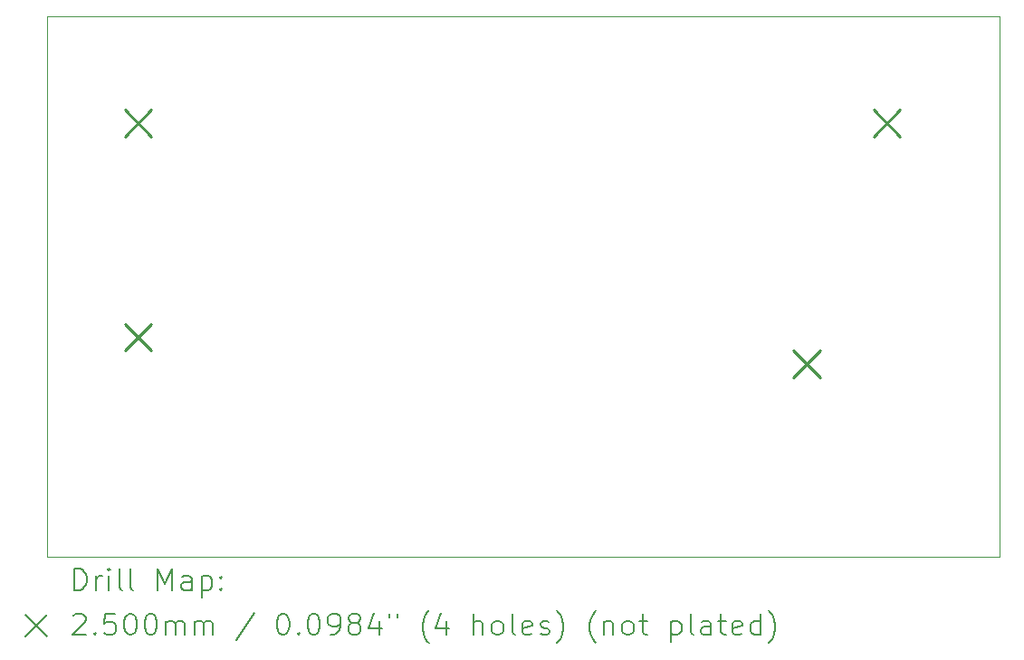
<source format=gbr>
%TF.GenerationSoftware,KiCad,Pcbnew,6.0.7*%
%TF.CreationDate,2023-02-15T11:14:19-05:00*%
%TF.ProjectId,Actuator Driver,41637475-6174-46f7-9220-447269766572,rev?*%
%TF.SameCoordinates,Original*%
%TF.FileFunction,Drillmap*%
%TF.FilePolarity,Positive*%
%FSLAX45Y45*%
G04 Gerber Fmt 4.5, Leading zero omitted, Abs format (unit mm)*
G04 Created by KiCad (PCBNEW 6.0.7) date 2023-02-15 11:14:19*
%MOMM*%
%LPD*%
G01*
G04 APERTURE LIST*
%ADD10C,0.100000*%
%ADD11C,0.200000*%
%ADD12C,0.250000*%
G04 APERTURE END LIST*
D10*
X10400000Y-8500000D02*
X19300000Y-8500000D01*
X19300000Y-8500000D02*
X19300000Y-13550000D01*
X19300000Y-13550000D02*
X10400000Y-13550000D01*
X10400000Y-13550000D02*
X10400000Y-8500000D01*
D11*
D12*
X11125000Y-9375000D02*
X11375000Y-9625000D01*
X11375000Y-9375000D02*
X11125000Y-9625000D01*
X11125000Y-11375000D02*
X11375000Y-11625000D01*
X11375000Y-11375000D02*
X11125000Y-11625000D01*
X17375000Y-11625000D02*
X17625000Y-11875000D01*
X17625000Y-11625000D02*
X17375000Y-11875000D01*
X18125000Y-9375000D02*
X18375000Y-9625000D01*
X18375000Y-9375000D02*
X18125000Y-9625000D01*
D11*
X10652619Y-13865476D02*
X10652619Y-13665476D01*
X10700238Y-13665476D01*
X10728810Y-13675000D01*
X10747857Y-13694048D01*
X10757381Y-13713095D01*
X10766905Y-13751190D01*
X10766905Y-13779762D01*
X10757381Y-13817857D01*
X10747857Y-13836905D01*
X10728810Y-13855952D01*
X10700238Y-13865476D01*
X10652619Y-13865476D01*
X10852619Y-13865476D02*
X10852619Y-13732143D01*
X10852619Y-13770238D02*
X10862143Y-13751190D01*
X10871667Y-13741667D01*
X10890714Y-13732143D01*
X10909762Y-13732143D01*
X10976429Y-13865476D02*
X10976429Y-13732143D01*
X10976429Y-13665476D02*
X10966905Y-13675000D01*
X10976429Y-13684524D01*
X10985952Y-13675000D01*
X10976429Y-13665476D01*
X10976429Y-13684524D01*
X11100238Y-13865476D02*
X11081190Y-13855952D01*
X11071667Y-13836905D01*
X11071667Y-13665476D01*
X11205000Y-13865476D02*
X11185952Y-13855952D01*
X11176429Y-13836905D01*
X11176429Y-13665476D01*
X11433571Y-13865476D02*
X11433571Y-13665476D01*
X11500238Y-13808333D01*
X11566905Y-13665476D01*
X11566905Y-13865476D01*
X11747857Y-13865476D02*
X11747857Y-13760714D01*
X11738333Y-13741667D01*
X11719286Y-13732143D01*
X11681190Y-13732143D01*
X11662143Y-13741667D01*
X11747857Y-13855952D02*
X11728809Y-13865476D01*
X11681190Y-13865476D01*
X11662143Y-13855952D01*
X11652619Y-13836905D01*
X11652619Y-13817857D01*
X11662143Y-13798809D01*
X11681190Y-13789286D01*
X11728809Y-13789286D01*
X11747857Y-13779762D01*
X11843095Y-13732143D02*
X11843095Y-13932143D01*
X11843095Y-13741667D02*
X11862143Y-13732143D01*
X11900238Y-13732143D01*
X11919286Y-13741667D01*
X11928809Y-13751190D01*
X11938333Y-13770238D01*
X11938333Y-13827381D01*
X11928809Y-13846428D01*
X11919286Y-13855952D01*
X11900238Y-13865476D01*
X11862143Y-13865476D01*
X11843095Y-13855952D01*
X12024048Y-13846428D02*
X12033571Y-13855952D01*
X12024048Y-13865476D01*
X12014524Y-13855952D01*
X12024048Y-13846428D01*
X12024048Y-13865476D01*
X12024048Y-13741667D02*
X12033571Y-13751190D01*
X12024048Y-13760714D01*
X12014524Y-13751190D01*
X12024048Y-13741667D01*
X12024048Y-13760714D01*
X10195000Y-14095000D02*
X10395000Y-14295000D01*
X10395000Y-14095000D02*
X10195000Y-14295000D01*
X10643095Y-14104524D02*
X10652619Y-14095000D01*
X10671667Y-14085476D01*
X10719286Y-14085476D01*
X10738333Y-14095000D01*
X10747857Y-14104524D01*
X10757381Y-14123571D01*
X10757381Y-14142619D01*
X10747857Y-14171190D01*
X10633571Y-14285476D01*
X10757381Y-14285476D01*
X10843095Y-14266428D02*
X10852619Y-14275952D01*
X10843095Y-14285476D01*
X10833571Y-14275952D01*
X10843095Y-14266428D01*
X10843095Y-14285476D01*
X11033571Y-14085476D02*
X10938333Y-14085476D01*
X10928810Y-14180714D01*
X10938333Y-14171190D01*
X10957381Y-14161667D01*
X11005000Y-14161667D01*
X11024048Y-14171190D01*
X11033571Y-14180714D01*
X11043095Y-14199762D01*
X11043095Y-14247381D01*
X11033571Y-14266428D01*
X11024048Y-14275952D01*
X11005000Y-14285476D01*
X10957381Y-14285476D01*
X10938333Y-14275952D01*
X10928810Y-14266428D01*
X11166905Y-14085476D02*
X11185952Y-14085476D01*
X11205000Y-14095000D01*
X11214524Y-14104524D01*
X11224048Y-14123571D01*
X11233571Y-14161667D01*
X11233571Y-14209286D01*
X11224048Y-14247381D01*
X11214524Y-14266428D01*
X11205000Y-14275952D01*
X11185952Y-14285476D01*
X11166905Y-14285476D01*
X11147857Y-14275952D01*
X11138333Y-14266428D01*
X11128810Y-14247381D01*
X11119286Y-14209286D01*
X11119286Y-14161667D01*
X11128810Y-14123571D01*
X11138333Y-14104524D01*
X11147857Y-14095000D01*
X11166905Y-14085476D01*
X11357381Y-14085476D02*
X11376428Y-14085476D01*
X11395476Y-14095000D01*
X11405000Y-14104524D01*
X11414524Y-14123571D01*
X11424048Y-14161667D01*
X11424048Y-14209286D01*
X11414524Y-14247381D01*
X11405000Y-14266428D01*
X11395476Y-14275952D01*
X11376428Y-14285476D01*
X11357381Y-14285476D01*
X11338333Y-14275952D01*
X11328809Y-14266428D01*
X11319286Y-14247381D01*
X11309762Y-14209286D01*
X11309762Y-14161667D01*
X11319286Y-14123571D01*
X11328809Y-14104524D01*
X11338333Y-14095000D01*
X11357381Y-14085476D01*
X11509762Y-14285476D02*
X11509762Y-14152143D01*
X11509762Y-14171190D02*
X11519286Y-14161667D01*
X11538333Y-14152143D01*
X11566905Y-14152143D01*
X11585952Y-14161667D01*
X11595476Y-14180714D01*
X11595476Y-14285476D01*
X11595476Y-14180714D02*
X11605000Y-14161667D01*
X11624048Y-14152143D01*
X11652619Y-14152143D01*
X11671667Y-14161667D01*
X11681190Y-14180714D01*
X11681190Y-14285476D01*
X11776428Y-14285476D02*
X11776428Y-14152143D01*
X11776428Y-14171190D02*
X11785952Y-14161667D01*
X11805000Y-14152143D01*
X11833571Y-14152143D01*
X11852619Y-14161667D01*
X11862143Y-14180714D01*
X11862143Y-14285476D01*
X11862143Y-14180714D02*
X11871667Y-14161667D01*
X11890714Y-14152143D01*
X11919286Y-14152143D01*
X11938333Y-14161667D01*
X11947857Y-14180714D01*
X11947857Y-14285476D01*
X12338333Y-14075952D02*
X12166905Y-14333095D01*
X12595476Y-14085476D02*
X12614524Y-14085476D01*
X12633571Y-14095000D01*
X12643095Y-14104524D01*
X12652619Y-14123571D01*
X12662143Y-14161667D01*
X12662143Y-14209286D01*
X12652619Y-14247381D01*
X12643095Y-14266428D01*
X12633571Y-14275952D01*
X12614524Y-14285476D01*
X12595476Y-14285476D01*
X12576428Y-14275952D01*
X12566905Y-14266428D01*
X12557381Y-14247381D01*
X12547857Y-14209286D01*
X12547857Y-14161667D01*
X12557381Y-14123571D01*
X12566905Y-14104524D01*
X12576428Y-14095000D01*
X12595476Y-14085476D01*
X12747857Y-14266428D02*
X12757381Y-14275952D01*
X12747857Y-14285476D01*
X12738333Y-14275952D01*
X12747857Y-14266428D01*
X12747857Y-14285476D01*
X12881190Y-14085476D02*
X12900238Y-14085476D01*
X12919286Y-14095000D01*
X12928809Y-14104524D01*
X12938333Y-14123571D01*
X12947857Y-14161667D01*
X12947857Y-14209286D01*
X12938333Y-14247381D01*
X12928809Y-14266428D01*
X12919286Y-14275952D01*
X12900238Y-14285476D01*
X12881190Y-14285476D01*
X12862143Y-14275952D01*
X12852619Y-14266428D01*
X12843095Y-14247381D01*
X12833571Y-14209286D01*
X12833571Y-14161667D01*
X12843095Y-14123571D01*
X12852619Y-14104524D01*
X12862143Y-14095000D01*
X12881190Y-14085476D01*
X13043095Y-14285476D02*
X13081190Y-14285476D01*
X13100238Y-14275952D01*
X13109762Y-14266428D01*
X13128809Y-14237857D01*
X13138333Y-14199762D01*
X13138333Y-14123571D01*
X13128809Y-14104524D01*
X13119286Y-14095000D01*
X13100238Y-14085476D01*
X13062143Y-14085476D01*
X13043095Y-14095000D01*
X13033571Y-14104524D01*
X13024048Y-14123571D01*
X13024048Y-14171190D01*
X13033571Y-14190238D01*
X13043095Y-14199762D01*
X13062143Y-14209286D01*
X13100238Y-14209286D01*
X13119286Y-14199762D01*
X13128809Y-14190238D01*
X13138333Y-14171190D01*
X13252619Y-14171190D02*
X13233571Y-14161667D01*
X13224048Y-14152143D01*
X13214524Y-14133095D01*
X13214524Y-14123571D01*
X13224048Y-14104524D01*
X13233571Y-14095000D01*
X13252619Y-14085476D01*
X13290714Y-14085476D01*
X13309762Y-14095000D01*
X13319286Y-14104524D01*
X13328809Y-14123571D01*
X13328809Y-14133095D01*
X13319286Y-14152143D01*
X13309762Y-14161667D01*
X13290714Y-14171190D01*
X13252619Y-14171190D01*
X13233571Y-14180714D01*
X13224048Y-14190238D01*
X13214524Y-14209286D01*
X13214524Y-14247381D01*
X13224048Y-14266428D01*
X13233571Y-14275952D01*
X13252619Y-14285476D01*
X13290714Y-14285476D01*
X13309762Y-14275952D01*
X13319286Y-14266428D01*
X13328809Y-14247381D01*
X13328809Y-14209286D01*
X13319286Y-14190238D01*
X13309762Y-14180714D01*
X13290714Y-14171190D01*
X13500238Y-14152143D02*
X13500238Y-14285476D01*
X13452619Y-14075952D02*
X13405000Y-14218809D01*
X13528809Y-14218809D01*
X13595476Y-14085476D02*
X13595476Y-14123571D01*
X13671667Y-14085476D02*
X13671667Y-14123571D01*
X13966905Y-14361667D02*
X13957381Y-14352143D01*
X13938333Y-14323571D01*
X13928809Y-14304524D01*
X13919286Y-14275952D01*
X13909762Y-14228333D01*
X13909762Y-14190238D01*
X13919286Y-14142619D01*
X13928809Y-14114048D01*
X13938333Y-14095000D01*
X13957381Y-14066428D01*
X13966905Y-14056905D01*
X14128809Y-14152143D02*
X14128809Y-14285476D01*
X14081190Y-14075952D02*
X14033571Y-14218809D01*
X14157381Y-14218809D01*
X14385952Y-14285476D02*
X14385952Y-14085476D01*
X14471667Y-14285476D02*
X14471667Y-14180714D01*
X14462143Y-14161667D01*
X14443095Y-14152143D01*
X14414524Y-14152143D01*
X14395476Y-14161667D01*
X14385952Y-14171190D01*
X14595476Y-14285476D02*
X14576428Y-14275952D01*
X14566905Y-14266428D01*
X14557381Y-14247381D01*
X14557381Y-14190238D01*
X14566905Y-14171190D01*
X14576428Y-14161667D01*
X14595476Y-14152143D01*
X14624048Y-14152143D01*
X14643095Y-14161667D01*
X14652619Y-14171190D01*
X14662143Y-14190238D01*
X14662143Y-14247381D01*
X14652619Y-14266428D01*
X14643095Y-14275952D01*
X14624048Y-14285476D01*
X14595476Y-14285476D01*
X14776428Y-14285476D02*
X14757381Y-14275952D01*
X14747857Y-14256905D01*
X14747857Y-14085476D01*
X14928809Y-14275952D02*
X14909762Y-14285476D01*
X14871667Y-14285476D01*
X14852619Y-14275952D01*
X14843095Y-14256905D01*
X14843095Y-14180714D01*
X14852619Y-14161667D01*
X14871667Y-14152143D01*
X14909762Y-14152143D01*
X14928809Y-14161667D01*
X14938333Y-14180714D01*
X14938333Y-14199762D01*
X14843095Y-14218809D01*
X15014524Y-14275952D02*
X15033571Y-14285476D01*
X15071667Y-14285476D01*
X15090714Y-14275952D01*
X15100238Y-14256905D01*
X15100238Y-14247381D01*
X15090714Y-14228333D01*
X15071667Y-14218809D01*
X15043095Y-14218809D01*
X15024048Y-14209286D01*
X15014524Y-14190238D01*
X15014524Y-14180714D01*
X15024048Y-14161667D01*
X15043095Y-14152143D01*
X15071667Y-14152143D01*
X15090714Y-14161667D01*
X15166905Y-14361667D02*
X15176428Y-14352143D01*
X15195476Y-14323571D01*
X15205000Y-14304524D01*
X15214524Y-14275952D01*
X15224048Y-14228333D01*
X15224048Y-14190238D01*
X15214524Y-14142619D01*
X15205000Y-14114048D01*
X15195476Y-14095000D01*
X15176428Y-14066428D01*
X15166905Y-14056905D01*
X15528809Y-14361667D02*
X15519286Y-14352143D01*
X15500238Y-14323571D01*
X15490714Y-14304524D01*
X15481190Y-14275952D01*
X15471667Y-14228333D01*
X15471667Y-14190238D01*
X15481190Y-14142619D01*
X15490714Y-14114048D01*
X15500238Y-14095000D01*
X15519286Y-14066428D01*
X15528809Y-14056905D01*
X15605000Y-14152143D02*
X15605000Y-14285476D01*
X15605000Y-14171190D02*
X15614524Y-14161667D01*
X15633571Y-14152143D01*
X15662143Y-14152143D01*
X15681190Y-14161667D01*
X15690714Y-14180714D01*
X15690714Y-14285476D01*
X15814524Y-14285476D02*
X15795476Y-14275952D01*
X15785952Y-14266428D01*
X15776428Y-14247381D01*
X15776428Y-14190238D01*
X15785952Y-14171190D01*
X15795476Y-14161667D01*
X15814524Y-14152143D01*
X15843095Y-14152143D01*
X15862143Y-14161667D01*
X15871667Y-14171190D01*
X15881190Y-14190238D01*
X15881190Y-14247381D01*
X15871667Y-14266428D01*
X15862143Y-14275952D01*
X15843095Y-14285476D01*
X15814524Y-14285476D01*
X15938333Y-14152143D02*
X16014524Y-14152143D01*
X15966905Y-14085476D02*
X15966905Y-14256905D01*
X15976428Y-14275952D01*
X15995476Y-14285476D01*
X16014524Y-14285476D01*
X16233571Y-14152143D02*
X16233571Y-14352143D01*
X16233571Y-14161667D02*
X16252619Y-14152143D01*
X16290714Y-14152143D01*
X16309762Y-14161667D01*
X16319286Y-14171190D01*
X16328809Y-14190238D01*
X16328809Y-14247381D01*
X16319286Y-14266428D01*
X16309762Y-14275952D01*
X16290714Y-14285476D01*
X16252619Y-14285476D01*
X16233571Y-14275952D01*
X16443095Y-14285476D02*
X16424048Y-14275952D01*
X16414524Y-14256905D01*
X16414524Y-14085476D01*
X16605000Y-14285476D02*
X16605000Y-14180714D01*
X16595476Y-14161667D01*
X16576428Y-14152143D01*
X16538333Y-14152143D01*
X16519286Y-14161667D01*
X16605000Y-14275952D02*
X16585952Y-14285476D01*
X16538333Y-14285476D01*
X16519286Y-14275952D01*
X16509762Y-14256905D01*
X16509762Y-14237857D01*
X16519286Y-14218809D01*
X16538333Y-14209286D01*
X16585952Y-14209286D01*
X16605000Y-14199762D01*
X16671667Y-14152143D02*
X16747857Y-14152143D01*
X16700238Y-14085476D02*
X16700238Y-14256905D01*
X16709762Y-14275952D01*
X16728809Y-14285476D01*
X16747857Y-14285476D01*
X16890714Y-14275952D02*
X16871667Y-14285476D01*
X16833571Y-14285476D01*
X16814524Y-14275952D01*
X16805000Y-14256905D01*
X16805000Y-14180714D01*
X16814524Y-14161667D01*
X16833571Y-14152143D01*
X16871667Y-14152143D01*
X16890714Y-14161667D01*
X16900238Y-14180714D01*
X16900238Y-14199762D01*
X16805000Y-14218809D01*
X17071667Y-14285476D02*
X17071667Y-14085476D01*
X17071667Y-14275952D02*
X17052619Y-14285476D01*
X17014524Y-14285476D01*
X16995476Y-14275952D01*
X16985952Y-14266428D01*
X16976429Y-14247381D01*
X16976429Y-14190238D01*
X16985952Y-14171190D01*
X16995476Y-14161667D01*
X17014524Y-14152143D01*
X17052619Y-14152143D01*
X17071667Y-14161667D01*
X17147857Y-14361667D02*
X17157381Y-14352143D01*
X17176429Y-14323571D01*
X17185952Y-14304524D01*
X17195476Y-14275952D01*
X17205000Y-14228333D01*
X17205000Y-14190238D01*
X17195476Y-14142619D01*
X17185952Y-14114048D01*
X17176429Y-14095000D01*
X17157381Y-14066428D01*
X17147857Y-14056905D01*
M02*

</source>
